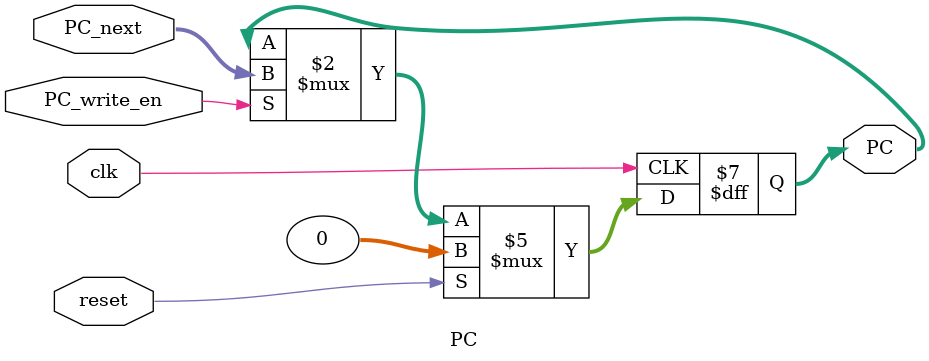
<source format=v>
`timescale 1ns / 1ps
module PC(clk, reset, PC, PC_write_en, PC_next);
    input clk, reset;
    input [31:0] PC_next;
    input PC_write_en;
    output reg [31:0] PC;
    
    always @ (posedge clk)
    begin
        if(reset) 
            PC <= 32'b0;
        else if (PC_write_en) 
            PC <= PC_next;
    end
    
    
endmodule
</source>
